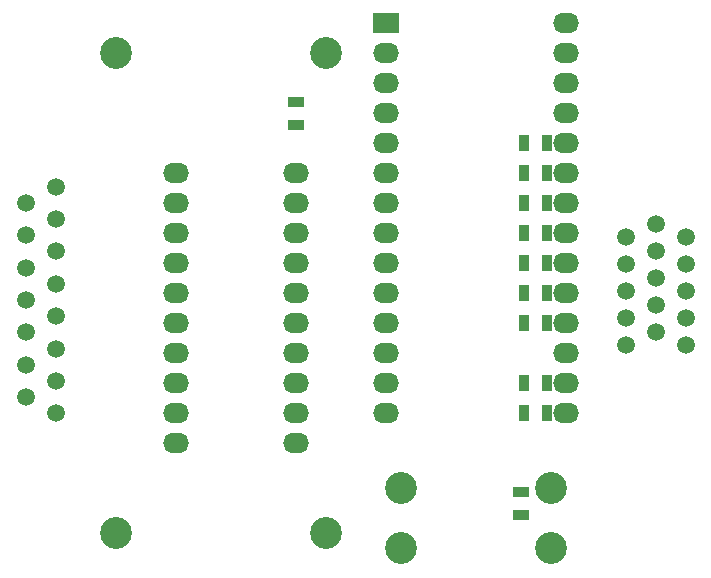
<source format=gbr>
G04 --- HEADER BEGIN --- *
%TF.GenerationSoftware,LibrePCB,LibrePCB,0.1.3*%
%TF.CreationDate,2020-02-22T16:59:52*%
%TF.ProjectId,Apple 2c VGA - default,6ee0dbe1-6aad-4263-9a0f-7c091fb3c0df,v1*%
%TF.Part,Single*%
%FSLAX66Y66*%
%MOMM*%
G01*
G74*
G04 --- HEADER END --- *
G04 --- APERTURE LIST BEGIN --- *
%ADD10C,1.5*%
%ADD11C,2.7*%
%ADD12R,0.95X1.45*%
%ADD13R,1.45X0.95*%
%ADD14O,2.2X1.7*%
%ADD15R,2.2X1.7*%
G04 --- APERTURE LIST END --- *
G04 --- BOARD BEGIN --- *
D10*
X12700000Y34420000D03*
X12700000Y17980000D03*
X10160000Y16610000D03*
X12700000Y23460000D03*
X10160000Y22090000D03*
X12700000Y26200000D03*
X12700000Y15240000D03*
X10160000Y33050000D03*
X10160000Y27570000D03*
X12700000Y31680000D03*
X10160000Y19350000D03*
X10160000Y24830000D03*
X12700000Y20720000D03*
X12700000Y28940000D03*
X10160000Y30310000D03*
D11*
X17780000Y45720000D03*
X35560000Y45720000D03*
X35560000Y5080000D03*
X17780000Y5080000D03*
D12*
X54315000Y27940000D03*
X52365000Y27940000D03*
D13*
X33020000Y39665000D03*
X33020000Y41615000D03*
D14*
X22860000Y12700000D03*
X33020000Y20320000D03*
X22860000Y35560000D03*
X33020000Y33020000D03*
X33020000Y25400000D03*
X22860000Y33020000D03*
X22860000Y25400000D03*
X33020000Y35560000D03*
X33020000Y30480000D03*
X22860000Y30480000D03*
X33020000Y27940000D03*
X33020000Y15240000D03*
X22860000Y17780000D03*
X33020000Y12700000D03*
X22860000Y22860000D03*
X22860000Y20320000D03*
X22860000Y27940000D03*
X22860000Y15240000D03*
X33020000Y22860000D03*
X33020000Y17780000D03*
D12*
X54315000Y25400000D03*
X52365000Y25400000D03*
X54315000Y30480000D03*
X52365000Y30480000D03*
X54315000Y35560000D03*
X52365000Y35560000D03*
X54315000Y17780000D03*
X52365000Y17780000D03*
D13*
X52070000Y8595000D03*
X52070000Y6645000D03*
D11*
X41910000Y8890000D03*
X54610000Y3810000D03*
X41910000Y3810000D03*
X54610000Y8890000D03*
D12*
X54315000Y22860000D03*
X52365000Y22860000D03*
D14*
X55880000Y35560000D03*
X40640000Y43180000D03*
D15*
X40640000Y48260000D03*
D14*
X40640000Y27940000D03*
X40640000Y30480000D03*
X55880000Y22860000D03*
X55880000Y30480000D03*
X40640000Y40640000D03*
X55880000Y38100000D03*
X40640000Y20320000D03*
X55880000Y20320000D03*
X40640000Y38100000D03*
X40640000Y25400000D03*
X40640000Y22860000D03*
X55880000Y40640000D03*
X40640000Y33020000D03*
X55880000Y43180000D03*
X55880000Y15240000D03*
X55880000Y33020000D03*
X40640000Y45720000D03*
X40640000Y17780000D03*
X55880000Y48260000D03*
X55880000Y27940000D03*
X55880000Y25400000D03*
X55880000Y45720000D03*
X40640000Y35560000D03*
X40640000Y15240000D03*
X55880000Y17780000D03*
D10*
X66040000Y30145000D03*
X66040000Y27855000D03*
X66040000Y20985000D03*
X63500000Y26710000D03*
X66040000Y23275000D03*
X60960000Y30145000D03*
X60960000Y23275000D03*
X60960000Y25565000D03*
X60960000Y20985000D03*
X63500000Y22130000D03*
X63500000Y24420000D03*
X63500000Y29000000D03*
X63500000Y31290000D03*
X60960000Y27855000D03*
X66040000Y25565000D03*
D12*
X54315000Y15240000D03*
X52365000Y15240000D03*
X54315000Y38100000D03*
X52365000Y38100000D03*
X54315000Y33020000D03*
X52365000Y33020000D03*
G04 --- BOARD END --- *
%TF.MD5,d9ca628c24a3ea553f93b4227dda41fd*%
M02*

</source>
